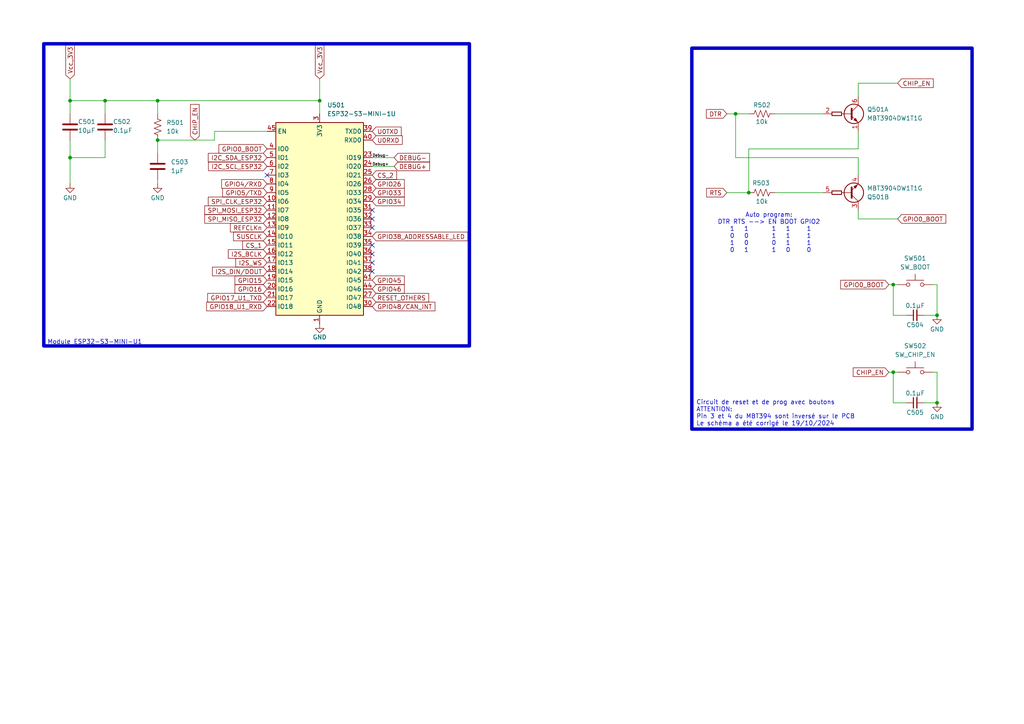
<source format=kicad_sch>
(kicad_sch (version 20231120) (generator "eeschema") (generator_version "8.0")
  (paper "A4")
  (lib_symbols
    (symbol "Device:C" (pin_numbers hide) (pin_names (offset 0.254))
      (property "Reference" "C" (at 0.635 2.54 0))
      (property "Value" "C" (at 0.635 -2.54 0))
      (symbol "C_0_1"
        (polyline (pts (xy -2.032 -0.762) (xy 2.032 -0.762)) (stroke (width 0.508)))
        (polyline (pts (xy -2.032 0.762) (xy 2.032 0.762)) (stroke (width 0.508)))
      )
      (symbol "C_1_1"
        (pin passive line (at 0 3.81 270) (length 2.794) (name "~") (number "1"))
        (pin passive line (at 0 -3.81 90) (length 2.794) (name "~") (number "2"))
      )
    )
    (symbol "Device:C_Small" (pin_numbers hide) (pin_names (offset 0.254) hide)
      (property "Reference" "C" (at 0.254 1.778 0))
      (property "Value" "C_Small" (at 0.254 -2.032 0))
      (symbol "C_Small_0_1"
        (polyline (pts (xy -1.524 -0.508) (xy 1.524 -0.508)) (stroke (width 0.3302)))
        (polyline (pts (xy -1.524 0.508) (xy 1.524 0.508)) (stroke (width 0.3048)))
      )
      (symbol "C_Small_1_1"
        (pin passive line (at 0 2.54 270) (length 2.032) (name "~") (number "1"))
        (pin passive line (at 0 -2.54 90) (length 2.032) (name "~") (number "2"))
      )
    )
    (symbol "Device:R_US" (pin_numbers hide) (pin_names (offset 0))
      (property "Reference" "R" (at 2.54 0 90))
      (property "Value" "R_US" (at -2.54 0 90))
      (symbol "R_US_0_1"
        (polyline (pts (xy 0 -2.286) (xy 0 -2.54)))
        (polyline (pts (xy 0 2.286) (xy 0 2.54)))
        (polyline (pts (xy 0 -0.762) (xy 1.016 -1.143) (xy 0 -1.524) (xy -1.016 -1.905) (xy 0 -2.286)))
        (polyline (pts (xy 0 0.762) (xy 1.016 0.381) (xy 0 0) (xy -1.016 -0.381) (xy 0 -0.762)))
        (polyline (pts (xy 0 2.286) (xy 1.016 1.905) (xy 0 1.524) (xy -1.016 1.143) (xy 0 0.762)))
      )
      (symbol "R_US_1_1"
        (pin passive line (at 0 3.81 270) (length 1.27) (name "~") (number "1"))
        (pin passive line (at 0 -3.81 90) (length 1.27) (name "~") (number "2"))
      )
    )
    (symbol "MCU_Espressif:ESP32-S3-MINI-1U"
      (property "Reference" "U" (at -11.43 29.21 0))
      (property "Value" "ESP32-S3-MINI-1U" (at 12.7 29.21 0))
      (symbol "ESP32-S3-MINI-1U_0_1"
        (rectangle (start -12.7 27.94) (end 12.7 -27.94) (stroke (width 0.254)) (fill (type background)))
      )
      (symbol "ESP32-S3-MINI-1U_1_1"
        (pin power_in line (at 0 -30.48 90) (length 2.54) (name "GND") (number "1"))
        (pin bidirectional line (at -15.24 5.08 0) (length 2.54) (name "IO6") (number "10"))
        (pin bidirectional line (at -15.24 2.54 0) (length 2.54) (name "IO7") (number "11"))
        (pin bidirectional line (at -15.24 0 0) (length 2.54) (name "IO8") (number "12"))
        (pin bidirectional line (at -15.24 -2.54 0) (length 2.54) (name "IO9") (number "13"))
        (pin bidirectional line (at -15.24 -5.08 0) (length 2.54) (name "IO10") (number "14"))
        (pin bidirectional line (at -15.24 -7.62 0) (length 2.54) (name "IO11") (number "15"))
        (pin bidirectional line (at -15.24 -10.16 0) (length 2.54) (name "IO12") (number "16"))
        (pin bidirectional line (at -15.24 -12.7 0) (length 2.54) (name "IO13") (number "17"))
        (pin bidirectional line (at -15.24 -15.24 0) (length 2.54) (name "IO14") (number "18"))
        (pin bidirectional line (at -15.24 -17.78 0) (length 2.54) (name "IO15") (number "19"))
        (pin passive line (at 0 -30.48 90) (length 2.54) hide (name "GND") (number "2"))
        (pin bidirectional line (at -15.24 -20.32 0) (length 2.54) (name "IO16") (number "20"))
        (pin bidirectional line (at -15.24 -22.86 0) (length 2.54) (name "IO17") (number "21"))
        (pin bidirectional line (at -15.24 -25.4 0) (length 2.54) (name "IO18") (number "22"))
        (pin bidirectional line (at 15.24 17.78 180) (length 2.54) (name "IO19") (number "23"))
        (pin bidirectional line (at 15.24 15.24 180) (length 2.54) (name "IO20") (number "24"))
        (pin bidirectional line (at 15.24 12.7 180) (length 2.54) (name "IO21") (number "25"))
        (pin bidirectional line (at 15.24 10.16 180) (length 2.54) (name "IO26") (number "26"))
        (pin bidirectional line (at 15.24 -22.86 180) (length 2.54) (name "IO47") (number "27"))
        (pin bidirectional line (at 15.24 7.62 180) (length 2.54) (name "IO33") (number "28"))
        (pin bidirectional line (at 15.24 5.08 180) (length 2.54) (name "IO34") (number "29"))
        (pin power_in line (at 0 30.48 270) (length 2.54) (name "3V3") (number "3"))
        (pin bidirectional line (at 15.24 -25.4 180) (length 2.54) (name "IO48") (number "30"))
        (pin bidirectional line (at 15.24 2.54 180) (length 2.54) (name "IO35") (number "31"))
        (pin bidirectional line (at 15.24 0 180) (length 2.54) (name "IO36") (number "32"))
        (pin bidirectional line (at 15.24 -2.54 180) (length 2.54) (name "IO37") (number "33"))
        (pin bidirectional line (at 15.24 -5.08 180) (length 2.54) (name "IO38") (number "34"))
        (pin bidirectional line (at 15.24 -7.62 180) (length 2.54) (name "IO39") (number "35"))
        (pin bidirectional line (at 15.24 -10.16 180) (length 2.54) (name "IO40") (number "36"))
        (pin bidirectional line (at 15.24 -12.7 180) (length 2.54) (name "IO41") (number "37"))
        (pin bidirectional line (at 15.24 -15.24 180) (length 2.54) (name "IO42") (number "38"))
        (pin bidirectional line (at 15.24 25.4 180) (length 2.54) (name "TXD0") (number "39"))
        (pin bidirectional line (at -15.24 20.32 0) (length 2.54) (name "IO0") (number "4"))
        (pin bidirectional line (at 15.24 22.86 180) (length 2.54) (name "RXD0") (number "40"))
        (pin bidirectional line (at 15.24 -17.78 180) (length 2.54) (name "IO45") (number "41"))
        (pin passive line (at 0 -30.48 90) (length 2.54) hide (name "GND") (number "42"))
        (pin passive line (at 0 -30.48 90) (length 2.54) hide (name "GND") (number "43"))
        (pin bidirectional line (at 15.24 -20.32 180) (length 2.54) (name "IO46") (number "44"))
        (pin input line (at -15.24 25.4 0) (length 2.54) (name "EN") (number "45"))
        (pin passive line (at 0 -30.48 90) (length 2.54) hide (name "GND") (number "46"))
        (pin passive line (at 0 -30.48 90) (length 2.54) hide (name "GND") (number "47"))
        (pin passive line (at 0 -30.48 90) (length 2.54) hide (name "GND") (number "48"))
        (pin passive line (at 0 -30.48 90) (length 2.54) hide (name "GND") (number "49"))
        (pin bidirectional line (at -15.24 17.78 0) (length 2.54) (name "IO1") (number "5"))
        (pin passive line (at 0 -30.48 90) (length 2.54) hide (name "GND") (number "50"))
        (pin passive line (at 0 -30.48 90) (length 2.54) hide (name "GND") (number "51"))
        (pin passive line (at 0 -30.48 90) (length 2.54) hide (name "GND") (number "52"))
        (pin passive line (at 0 -30.48 90) (length 2.54) hide (name "GND") (number "53"))
        (pin passive line (at 0 -30.48 90) (length 2.54) hide (name "GND") (number "54"))
        (pin passive line (at 0 -30.48 90) (length 2.54) hide (name "GND") (number "55"))
        (pin passive line (at 0 -30.48 90) (length 2.54) hide (name "GND") (number "56"))
        (pin passive line (at 0 -30.48 90) (length 2.54) hide (name "GND") (number "57"))
        (pin passive line (at 0 -30.48 90) (length 2.54) hide (name "GND") (number "58"))
        (pin passive line (at 0 -30.48 90) (length 2.54) hide (name "GND") (number "59"))
        (pin bidirectional line (at -15.24 15.24 0) (length 2.54) (name "IO2") (number "6"))
        (pin passive line (at 0 -30.48 90) (length 2.54) hide (name "GND") (number "60"))
        (pin passive line (at 0 -30.48 90) (length 2.54) hide (name "GND") (number "61"))
        (pin passive line (at 0 -30.48 90) (length 2.54) hide (name "GND") (number "62"))
        (pin passive line (at 0 -30.48 90) (length 2.54) hide (name "GND") (number "63"))
        (pin passive line (at 0 -30.48 90) (length 2.54) hide (name "GND") (number "64"))
        (pin passive line (at 0 -30.48 90) (length 2.54) hide (name "GND") (number "65"))
        (pin bidirectional line (at -15.24 12.7 0) (length 2.54) (name "IO3") (number "7"))
        (pin bidirectional line (at -15.24 10.16 0) (length 2.54) (name "IO4") (number "8"))
        (pin bidirectional line (at -15.24 7.62 0) (length 2.54) (name "IO5") (number "9"))
      )
    )
    (symbol "Switch:SW_Push" (pin_numbers hide) (pin_names (offset 1.016) hide)
      (property "Reference" "SW" (at 1.27 2.54 0))
      (property "Value" "SW_Push" (at 0 -1.524 0))
      (symbol "SW_Push_0_1"
        (circle (center -2.032 0) (radius 0.508))
        (polyline (pts (xy 0 1.27) (xy 0 3.048)))
        (polyline (pts (xy 2.54 1.27) (xy -2.54 1.27)))
        (circle (center 2.032 0) (radius 0.508))
        (pin passive line (at -5.08 0 0) (length 2.54) (name "1") (number "1"))
        (pin passive line (at 5.08 0 180) (length 2.54) (name "2") (number "2"))
      )
    )
    (symbol "Transistor_BJT:UMH3N" (pin_names hide)
      (property "Reference" "Q" (at 7.62 1.27 0))
      (property "Value" "UMH3N" (at 7.62 -1.27 0))
      (symbol "UMH3N_0_1"
        (polyline (pts (xy 3.175 0) (xy 0.254 0)))
        (polyline (pts (xy 3.175 0.635) (xy 5.08 2.54)))
        (polyline (pts (xy 3.175 1.524) (xy 3.175 -1.524)) (stroke (width 0.508)))
        (polyline (pts (xy 3.175 -0.635) (xy 5.08 -2.54) (xy 5.08 -2.54)))
        (polyline (pts (xy 3.81 -1.778) (xy 4.318 -1.27) (xy 4.826 -2.286) (xy 3.81 -1.778) (xy 3.81 -1.778)) (fill (type outline)))
        (rectangle (start 0.254 0.508) (end -2.54 -0.508) (stroke (width 0.254)))
        (circle (center 3.81 0) (radius 2.8194) (stroke (width 0.254)))
      )
      (symbol "UMH3N_1_1"
        (pin passive line (at 5.08 -5.08 90) (length 2.54) (name "E1") (number "1"))
        (pin input line (at -5.08 0 0) (length 2.54) (name "B1") (number "2"))
        (pin passive line (at 5.08 5.08 270) (length 2.54) (name "C1") (number "6"))
      )
      (symbol "UMH3N_2_1"
        (pin passive line (at 5.08 5.08 270) (length 2.54) (name "C2") (number "3"))
        (pin passive line (at 5.08 -5.08 90) (length 2.54) (name "E2") (number "4"))
        (pin input line (at -5.08 0 0) (length 2.54) (name "B2") (number "5"))
      )
    )
    (symbol "power:GND" (power) (pin_numbers hide) (pin_names (offset 0) hide)
      (property "Value" "GND" (at 0 -3.81 0))
      (symbol "GND_0_1"
        (polyline (pts (xy 0 0) (xy 0 -1.27) (xy 1.27 -1.27) (xy 0 -2.54) (xy -1.27 -1.27) (xy 0 -1.27)))
      )
      (symbol "GND_1_1"
        (pin power_in line (at 0 0 270) (length 0) (name "~") (number "1"))
      )
    )
  )
  (junction (at 259.08 82.55))
  (junction (at 271.78 116.84))
  (junction (at 217.17 55.88))
  (junction (at 20.32 29.21))
  (junction (at 45.72 29.21))
  (junction (at 45.72 40.64))
  (junction (at 213.36 33.02))
  (junction (at 92.71 29.21))
  (junction (at 271.78 91.44))
  (junction (at 259.08 107.95))
  (junction (at 20.32 45.72))
  (junction (at 30.48 29.21))
  (no_connect (at 107.95 63.5))
  (no_connect (at 107.95 60.96))
  (no_connect (at 107.95 66.04))
  (no_connect (at 107.95 73.66))
  (no_connect (at 107.95 71.12))
  (no_connect (at 107.95 76.2))
  (no_connect (at 107.95 78.74))
  (no_connect (at 77.47 50.8))
  (wire (pts (xy 260.35 24.13) (xy 248.92 24.13)))
  (wire (pts (xy 271.78 116.84) (xy 271.78 107.95)))
  (wire (pts (xy 45.72 33.02) (xy 45.72 29.21)))
  (wire (pts (xy 260.35 63.5) (xy 248.92 63.5)))
  (wire (pts (xy 259.08 82.55) (xy 260.35 82.55)))
  (wire (pts (xy 62.23 38.1) (xy 77.47 38.1)))
  (wire (pts (xy 114.3 45.72) (xy 107.95 45.72)))
  (wire (pts (xy 20.32 45.72) (xy 20.32 53.34)))
  (wire (pts (xy 30.48 40.64) (xy 30.48 45.72)))
  (wire (pts (xy 217.17 43.18) (xy 217.17 55.88)))
  (wire (pts (xy 248.92 43.18) (xy 217.17 43.18)))
  (wire (pts (xy 262.89 91.44) (xy 259.08 91.44)))
  (wire (pts (xy 20.32 45.72) (xy 30.48 45.72)))
  (wire (pts (xy 30.48 29.21) (xy 20.32 29.21)))
  (wire (pts (xy 257.81 107.95) (xy 259.08 107.95)))
  (wire (pts (xy 259.08 107.95) (xy 260.35 107.95)))
  (wire (pts (xy 114.3 48.26) (xy 107.95 48.26)))
  (wire (pts (xy 20.32 40.64) (xy 20.32 45.72)))
  (wire (pts (xy 248.92 38.1) (xy 248.92 43.18)))
  (wire (pts (xy 257.81 82.55) (xy 259.08 82.55)))
  (wire (pts (xy 20.32 22.86) (xy 20.32 29.21)))
  (wire (pts (xy 224.79 55.88) (xy 238.76 55.88)))
  (wire (pts (xy 45.72 53.34) (xy 45.72 52.07)))
  (wire (pts (xy 271.78 91.44) (xy 271.78 82.55)))
  (wire (pts (xy 248.92 50.8) (xy 248.92 45.72)))
  (wire (pts (xy 45.72 29.21) (xy 92.71 29.21)))
  (wire (pts (xy 259.08 82.55) (xy 259.08 91.44)))
  (wire (pts (xy 92.71 22.86) (xy 92.71 29.21)))
  (wire (pts (xy 213.36 45.72) (xy 213.36 33.02)))
  (wire (pts (xy 62.23 40.64) (xy 62.23 38.1)))
  (wire (pts (xy 20.32 29.21) (xy 20.32 33.02)))
  (wire (pts (xy 92.71 29.21) (xy 92.71 33.02)))
  (wire (pts (xy 248.92 24.13) (xy 248.92 27.94)))
  (wire (pts (xy 259.08 107.95) (xy 259.08 116.84)))
  (wire (pts (xy 30.48 29.21) (xy 45.72 29.21)))
  (wire (pts (xy 262.89 116.84) (xy 259.08 116.84)))
  (wire (pts (xy 45.72 40.64) (xy 62.23 40.64)))
  (wire (pts (xy 30.48 29.21) (xy 30.48 33.02)))
  (wire (pts (xy 248.92 63.5) (xy 248.92 60.96)))
  (wire (pts (xy 271.78 82.55) (xy 270.51 82.55)))
  (wire (pts (xy 45.72 40.64) (xy 45.72 44.45)))
  (wire (pts (xy 224.79 33.02) (xy 238.76 33.02)))
  (wire (pts (xy 248.92 45.72) (xy 213.36 45.72)))
  (wire (pts (xy 213.36 33.02) (xy 217.17 33.02)))
  (wire (pts (xy 210.82 55.88) (xy 217.17 55.88)))
  (wire (pts (xy 271.78 107.95) (xy 270.51 107.95)))
  (wire (pts (xy 267.97 116.84) (xy 271.78 116.84)))
  (wire (pts (xy 267.97 91.44) (xy 271.78 91.44)))
  (wire (pts (xy 210.82 33.02) (xy 213.36 33.02)))
  (rectangle (start 200.66 13.97) (end 281.94 124.46) (stroke (width 1)))
  (rectangle (start 12.7 12.7) (end 136.144 100.33) (stroke (width 1)))
  (text "Module ESP32-S3-MINI-U1\n" (at 13.716 99.314 0) (effects (font (size 1.27 1.27)) (justify left)))
  (text "Circuit de reset et de prog avec boutons\nATTENTION:\nPin 3 et 4 du MBT394 sont inversé sur le PCB\nLe schéma a été corrigé le 19/10/2024" (at 201.93 119.888 0) (effects (font (size 1.27 1.27)) (justify left)))
  (text "Auto program:\nDTR RTS --> EN BOOT GPIO2\n 1   1       1   1     1\n 0   0       1   1     1\n 1   0       0   1     1\n 0   1       1   0     0" (at 223.012 67.564 0) (effects (font (size 1.27 1.27))))
  (label "Debug+" (at 107.95 48.26 0) (effects (font (size 0.8 0.8))))
  (label "Debug-" (at 107.95 45.72 0) (effects (font (size 0.8 0.8))))
  (global_label "GPIO33" (shape input) (at 107.95 55.88 0) (property "Intersheetrefs" "${INTERSHEET_REFS}" (effects (hide yes))))
  (global_label "GPIO17_U1_TXD" (shape input) (at 77.47 86.36 180) (property "Intersheetrefs" "${INTERSHEET_REFS}" (effects (hide yes))))
  (global_label "GPIO15" (shape input) (at 77.47 81.28 180) (property "Intersheetrefs" "${INTERSHEET_REFS}" (effects (hide yes))))
  (global_label "GPIO48{slash}CAN_INT" (shape input) (at 107.95 88.9 0) (property "Intersheetrefs" "${INTERSHEET_REFS}" (effects (hide yes))))
  (global_label "GPIO18_U1_RXD" (shape input) (at 77.47 88.9 180) (property "Intersheetrefs" "${INTERSHEET_REFS}" (effects (hide yes))))
  (global_label "GPIO16" (shape input) (at 77.47 83.82 180) (property "Intersheetrefs" "${INTERSHEET_REFS}" (effects (hide yes))))
  (global_label "GPIO0_BOOT" (shape input) (at 257.81 82.55 180) (property "Intersheetrefs" "${INTERSHEET_REFS}" (effects (hide yes))))
  (global_label "GPIO4{slash}RXD" (shape input) (at 77.47 53.34 180) (property "Intersheetrefs" "${INTERSHEET_REFS}" (effects (hide yes))))
  (global_label "GPIO38_ADDRESSABLE_LED" (shape input) (at 107.95 68.58 0) (property "Intersheetrefs" "${INTERSHEET_REFS}" (effects (hide yes))))
  (global_label "I2S_DIN{slash}DOUT" (shape input) (at 77.47 78.74 180) (property "Intersheetrefs" "${INTERSHEET_REFS}" (effects (hide yes))))
  (global_label "GPIO46" (shape input) (at 107.95 83.82 0) (property "Intersheetrefs" "${INTERSHEET_REFS}" (effects (hide yes))))
  (global_label "GPIO45" (shape input) (at 107.95 81.28 0) (property "Intersheetrefs" "${INTERSHEET_REFS}" (effects (hide yes))))
  (global_label "GPIO5{slash}TXD" (shape input) (at 77.47 55.88 180) (property "Intersheetrefs" "${INTERSHEET_REFS}" (effects (hide yes))))
  (global_label "CS_1" (shape input) (at 77.47 71.12 180) (property "Intersheetrefs" "${INTERSHEET_REFS}" (effects (hide yes))))
  (global_label "CHIP_EN" (shape input) (at 260.35 24.13 0) (property "Intersheetrefs" "${INTERSHEET_REFS}" (effects (hide yes))))
  (global_label "DEBUG+" (shape input) (at 114.3 48.26 0) (property "Intersheetrefs" "${INTERSHEET_REFS}" (effects (hide yes))))
  (global_label "GPIO0_BOOT" (shape input) (at 260.35 63.5 0) (property "Intersheetrefs" "${INTERSHEET_REFS}" (effects (hide yes))))
  (global_label "REFCLKn" (shape input) (at 77.47 66.04 180) (property "Intersheetrefs" "${INTERSHEET_REFS}" (effects (hide yes))))
  (global_label "SPI_CLK_ESP32" (shape input) (at 77.47 58.42 180) (property "Intersheetrefs" "${INTERSHEET_REFS}" (effects (hide yes))))
  (global_label "RTS" (shape input) (at 210.82 55.88 180) (property "Intersheetrefs" "${INTERSHEET_REFS}" (effects (hide yes))))
  (global_label "DEBUG-" (shape input) (at 114.3 45.72 0) (property "Intersheetrefs" "${INTERSHEET_REFS}" (effects (hide yes))))
  (global_label "RESET_OTHERS" (shape input) (at 107.95 86.36 0) (property "Intersheetrefs" "${INTERSHEET_REFS}" (effects (hide yes))))
  (global_label "CS_2" (shape input) (at 107.95 50.8 0) (property "Intersheetrefs" "${INTERSHEET_REFS}" (effects (hide yes))))
  (global_label "GPIO34" (shape input) (at 107.95 58.42 0) (property "Intersheetrefs" "${INTERSHEET_REFS}" (effects (hide yes))))
  (global_label "CHIP_EN" (shape input) (at 56.515 40.64 90) (property "Intersheetrefs" "${INTERSHEET_REFS}" (effects (hide yes))))
  (global_label "GPIO0_BOOT" (shape input) (at 77.47 43.18 180) (property "Intersheetrefs" "${INTERSHEET_REFS}" (effects (hide yes))))
  (global_label "Vcc_3V3" (shape input) (at 20.32 22.86 90) (property "Intersheetrefs" "${INTERSHEET_REFS}" (effects (hide yes))))
  (global_label "U0TXD" (shape input) (at 107.95 38.1 0) (property "Intersheetrefs" "${INTERSHEET_REFS}" (effects (hide yes))))
  (global_label "SUSCLK" (shape input) (at 77.47 68.58 180) (property "Intersheetrefs" "${INTERSHEET_REFS}" (effects (hide yes))))
  (global_label "I2C_SDA_ESP32" (shape input) (at 77.47 45.72 180) (property "Intersheetrefs" "${INTERSHEET_REFS}" (effects (hide yes))))
  (global_label "I2C_SCL_ESP32" (shape input) (at 77.47 48.26 180) (property "Intersheetrefs" "${INTERSHEET_REFS}" (effects (hide yes))))
  (global_label "DTR" (shape input) (at 210.82 33.02 180) (property "Intersheetrefs" "${INTERSHEET_REFS}" (effects (hide yes))))
  (global_label "CHIP_EN" (shape input) (at 257.81 107.95 180) (property "Intersheetrefs" "${INTERSHEET_REFS}" (effects (hide yes))))
  (global_label "GPIO26" (shape input) (at 107.95 53.34 0) (property "Intersheetrefs" "${INTERSHEET_REFS}" (effects (hide yes))))
  (global_label "U0RXD" (shape input) (at 107.95 40.64 0) (property "Intersheetrefs" "${INTERSHEET_REFS}" (effects (hide yes))))
  (global_label "I2S_WS" (shape input) (at 77.47 76.2 180) (property "Intersheetrefs" "${INTERSHEET_REFS}" (effects (hide yes))))
  (global_label "I2S_BCLK" (shape input) (at 77.47 73.66 180) (property "Intersheetrefs" "${INTERSHEET_REFS}" (effects (hide yes))))
  (global_label "SPI_MOSI_ESP32" (shape input) (at 77.47 60.96 180) (property "Intersheetrefs" "${INTERSHEET_REFS}" (effects (hide yes))))
  (global_label "SPI_MISO_ESP32" (shape input) (at 77.47 63.5 180) (property "Intersheetrefs" "${INTERSHEET_REFS}" (effects (hide yes))))
  (global_label "Vcc_3V3" (shape input) (at 92.71 22.86 90) (property "Intersheetrefs" "${INTERSHEET_REFS}" (effects (hide yes))))
  (symbol (lib_id "power:GND") (at 45.72 53.34 0) (unit 1)
    (property "Reference" "#PWR0502" (effects (hide yes)))
    (property "Value" "GND" (at 45.72 57.404 0))
    (property "Description" "Power symbol creates a global label with name \"GND\" , ground" (effects (hide yes)))
  )
  (symbol (lib_id "Device:C_Small") (at 265.43 91.44 90) (unit 1)
    (property "Reference" "C504" (at 265.43 94.234 90))
    (property "Value" "0.1µF" (at 265.43 88.646 90))
    (property "Footprint" "Resistor_SMD:R_0805_2012Metric" (effects (hide yes)))
    (property "Description" "Unpolarized capacitor, small symbol" (effects (hide yes)))
  )
  (symbol (lib_id "Device:R_US") (at 220.98 33.02 90) (unit 1)
    (property "Reference" "R502" (at 220.98 30.48 90))
    (property "Value" "10k" (at 220.98 35.306 90))
    (property "Footprint" "Resistor_SMD:R_0805_2012Metric" (effects (hide yes)))
    (property "Description" "Resistor, US symbol" (effects (hide yes)))
  )
  (symbol (lib_id "Device:R_US") (at 220.98 55.88 90) (unit 1)
    (property "Reference" "R503" (at 220.726 53.086 90))
    (property "Value" "10k" (at 220.98 58.42 90))
    (property "Footprint" "Resistor_SMD:R_0805_2012Metric" (effects (hide yes)))
    (property "Description" "Resistor, US symbol" (effects (hide yes)))
  )
  (symbol (lib_id "power:GND") (at 92.71 93.98 0) (unit 1)
    (property "Reference" "#PWR0503" (effects (hide yes)))
    (property "Value" "GND" (at 92.71 97.79 0))
    (property "Description" "Power symbol creates a global label with name \"GND\" , ground" (effects (hide yes)))
  )
  (symbol (lib_id "power:GND") (at 271.78 91.44 0) (unit 1)
    (property "Reference" "#PWR0504" (effects (hide yes)))
    (property "Value" "GND" (at 271.78 95.504 0))
    (property "Description" "Power symbol creates a global label with name \"GND\" , ground" (effects (hide yes)))
  )
  (symbol (lib_id "power:GND") (at 271.78 116.84 0) (unit 1)
    (property "Reference" "#PWR0505" (effects (hide yes)))
    (property "Value" "GND" (at 271.78 120.904 0))
    (property "Description" "Power symbol creates a global label with name \"GND\" , ground" (effects (hide yes)))
  )
  (symbol (lib_id "Device:C_Small") (at 265.43 116.84 90) (unit 1)
    (property "Reference" "C505" (at 265.43 119.634 90))
    (property "Value" "0.1µF" (at 265.43 114.046 90))
    (property "Footprint" "Resistor_SMD:R_0805_2012Metric" (effects (hide yes)))
    (property "Description" "Unpolarized capacitor, small symbol" (effects (hide yes)))
  )
  (symbol (lib_id "Switch:SW_Push") (at 265.43 82.55 0) (unit 1)
    (property "Reference" "SW501" (at 265.43 74.93 0))
    (property "Value" "SW_BOOT" (at 265.43 77.47 0))
    (property "Footprint" "Button_Switch_SMD:SW_DIP_SPSTx01_Slide_6.7x4.1mm_W6.73mm_P2.54mm_LowProfile_JPin" (effects (hide yes)))
    (property "Description" "Push button switch, generic, two pins" (effects (hide yes)))
  )
  (symbol (lib_id "MCU_Espressif:ESP32-S3-MINI-1U") (at 92.71 63.5 0) (unit 1)
    (property "Reference" "U501" (at 94.9041 30.48 0) (effects (justify left)))
    (property "Value" "ESP32-S3-MINI-1U" (at 94.9041 33.02 0) (effects (justify left)))
    (property "Footprint" "RF_Module:ESP32-S2-MINI-1U" (effects (hide yes)))
    (property "Datasheet" "https://www.espressif.com/sites/default/files/documentation/esp32-s3-mini-1_mini-1u_datasheet_en.pdf" (effects (hide yes)))
    (property "Description" "RF Module, ESP32-S3 SoC, Wi-Fi 802.11b/g/n, Bluetooth, BLE, 32-bit, 3.3V, SMD, external antenna" (effects (hide yes)))
  )
  (symbol (lib_id "Device:R_US") (at 45.72 36.83 0) (unit 1)
    (property "Reference" "R501" (at 48.26 35.5599 0) (effects (justify left)))
    (property "Value" "10k" (at 48.26 38.0999 0) (effects (justify left)))
    (property "Footprint" "Resistor_SMD:R_0805_2012Metric" (effects (hide yes)))
    (property "Description" "Resistor, US symbol" (effects (hide yes)))
  )
  (symbol (lib_id "Switch:SW_Push") (at 265.43 107.95 0) (unit 1)
    (property "Reference" "SW502" (at 265.43 100.33 0))
    (property "Value" "SW_CHIP_EN" (at 265.43 102.87 0))
    (property "Footprint" "Button_Switch_SMD:SW_DIP_SPSTx01_Slide_6.7x4.1mm_W6.73mm_P2.54mm_LowProfile_JPin" (effects (hide yes)))
    (property "Description" "Push button switch, generic, two pins" (effects (hide yes)))
  )
  (symbol (lib_id "Device:C") (at 20.32 36.83 0) (unit 1)
    (property "Reference" "C501" (at 22.606 35.306 0) (effects (justify left)))
    (property "Value" "10µF" (at 22.606 37.846 0) (effects (justify left)))
    (property "Footprint" "Resistor_SMD:R_0805_2012Metric" (effects (hide yes)))
    (property "Description" "Unpolarized capacitor" (effects (hide yes)))
  )
  (symbol (lib_id "Device:C") (at 45.72 48.26 0) (unit 1)
    (property "Reference" "C503" (at 49.53 46.9899 0) (effects (justify left)))
    (property "Value" "1µF" (at 49.53 49.5299 0) (effects (justify left)))
    (property "Footprint" "Resistor_SMD:R_0805_2012Metric" (effects (hide yes)))
    (property "Description" "Unpolarized capacitor" (effects (hide yes)))
  )
  (symbol (lib_id "Transistor_BJT:UMH3N") (at 243.84 55.88 0) (mirror x) (unit 2)
    (property "Reference" "Q501" (at 251.46 57.1501 0) (effects (justify left)))
    (property "Value" "MBT3904DW1T1G" (at 251.46 54.6101 0) (effects (justify left)))
    (property "Footprint" "Package_TO_SOT_SMD:SOT-363_SC-70-6" (effects (hide yes)))
    (property "Datasheet" "http://rohmfs.rohm.com/en/products/databook/datasheet/discrete/transistor/digital/emh3t2r-e.pdf" (effects (hide yes)))
    (property "Description" "0.1A Ic, 50V Vce, Dual NPN Input Resistor Transistors, SOT-363" (effects (hide yes)))
  )
  (symbol (lib_id "Transistor_BJT:UMH3N") (at 243.84 33.02 0) (unit 1)
    (property "Reference" "Q501" (at 251.46 31.7499 0) (effects (justify left)))
    (property "Value" "MBT3904DW1T1G" (at 251.46 34.2899 0) (effects (justify left)))
    (property "Footprint" "Package_TO_SOT_SMD:SOT-363_SC-70-6" (effects (hide yes)))
    (property "Datasheet" "http://rohmfs.rohm.com/en/products/databook/datasheet/discrete/transistor/digital/emh3t2r-e.pdf" (effects (hide yes)))
    (property "Description" "0.1A Ic, 50V Vce, Dual NPN Input Resistor Transistors, SOT-363" (effects (hide yes)))
  )
  (symbol (lib_id "Device:C") (at 30.48 36.83 0) (unit 1)
    (property "Reference" "C502" (at 32.766 35.306 0) (effects (justify left)))
    (property "Value" "0.1µF" (at 32.766 37.846 0) (effects (justify left)))
    (property "Footprint" "Resistor_SMD:R_0805_2012Metric" (effects (hide yes)))
    (property "Description" "Unpolarized capacitor" (effects (hide yes)))
  )
  (symbol (lib_id "power:GND") (at 20.32 53.34 0) (unit 1)
    (property "Reference" "#PWR0501" (effects (hide yes)))
    (property "Value" "GND" (at 20.32 57.404 0))
    (property "Description" "Power symbol creates a global label with name \"GND\" , ground" (effects (hide yes)))
  )
)
</source>
